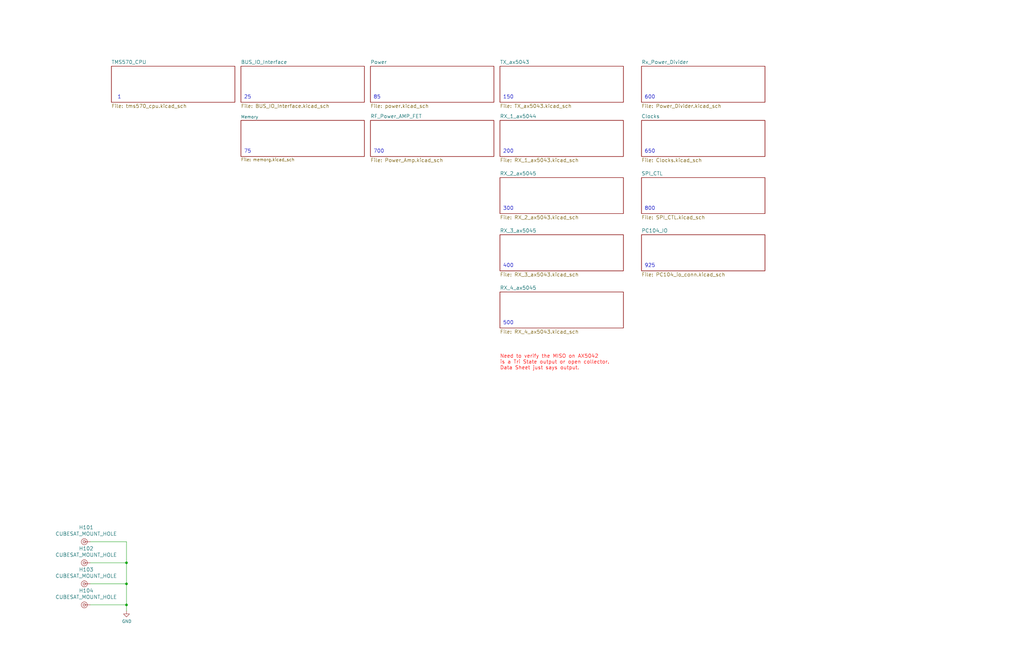
<source format=kicad_sch>
(kicad_sch (version 20230121) (generator eeschema)
  (paper "USLedger")
  (title_block (title "Radiation Tolerant Internal Housekeeping Unit (IHU)") (date "2022-12-27") (rev "1.2") (company "AMSAT-NA") (comment 1 "N5BRG"))
  (lib_symbols
    (symbol "PACSAT_DEV_misc:CUBESAT_MOUNT_HOLE_1" (pin_numbers hide) (pin_names (offset 0) hide)
      (property "Reference" "H104" (at 0.7874 6.0198 0))
      (property "Value" "CUBESAT_MOUNT_HOLE" (at 0.7874 3.3274 0))
      (symbol "CUBESAT_MOUNT_HOLE_1_0_1"
        (circle (center 0 0) (radius 0.5588))
        (circle (center 0 0) (radius 1.27))
      )
      (symbol "CUBESAT_MOUNT_HOLE_1_1_1"
        (pin passive line (at 2.54 0 180) (length 2.54) (name "1") (number "1"))
      )
    )
    (symbol "power:GND" (power) (pin_names (offset 0))
      (property "Value" "GND" (at 0 -3.81 0))
      (symbol "GND_0_1"
        (polyline (pts (xy 0 0) (xy 0 -1.27) (xy 1.27 -1.27) (xy 0 -2.54) (xy -1.27 -1.27) (xy 0 -1.27)))
      )
      (symbol "GND_1_1"
        (pin power_in line (at 0 0 270) (length 0) hide (name "GND") (number "1"))
      )
    )
  )
  (junction (at 53.34 246.38))
  (junction (at 53.34 255.27))
  (junction (at 53.34 237.49))
  (wire (pts (xy 38.1 246.38) (xy 53.34 246.38)))
  (wire (pts (xy 38.1 255.27) (xy 53.34 255.27)))
  (wire (pts (xy 53.34 246.38) (xy 53.34 255.27)))
  (wire (pts (xy 53.34 255.27) (xy 53.34 257.81)))
  (wire (pts (xy 53.34 228.6) (xy 53.34 237.49)))
  (wire (pts (xy 38.1 237.49) (xy 53.34 237.49)))
  (wire (pts (xy 38.1 228.6) (xy 53.34 228.6)))
  (wire (pts (xy 53.34 237.49) (xy 53.34 246.38)))
  (text "600" (at 271.78 41.91 0) (effects (font (size 1.524 1.524)) (justify left bottom)))
  (text "200" (at 212.09 64.77 0) (effects (font (size 1.524 1.524)) (justify left bottom)))
  (text "400" (at 212.09 113.03 0) (effects (font (size 1.524 1.524)) (justify left bottom)))
  (text "650" (at 271.78 64.77 0) (effects (font (size 1.524 1.524)) (justify left bottom)))
  (text "150" (at 212.09 41.91 0) (effects (font (size 1.524 1.524)) (justify left bottom)))
  (text "75" (at 102.87 64.77 0) (effects (font (size 1.524 1.524)) (justify left bottom)))
  (text "500" (at 212.09 137.16 0) (effects (font (size 1.524 1.524)) (justify left bottom)))
  (text "Need to verify the MISO on AX5042\nis a Tri State output or open collector.\nData Sheet just says output." (at 210.82 156.21 0) (effects (font (size 1.524 1.524)) (justify left bottom)))
  (text "800" (at 271.78 88.9 0) (effects (font (size 1.524 1.524)) (justify left bottom)))
  (text "300" (at 212.09 88.9 0) (effects (font (size 1.524 1.524)) (justify left bottom)))
  (text "700" (at 157.48 64.77 0) (effects (font (size 1.524 1.524)) (justify left bottom)))
  (text "1" (at 49.53 41.91 0) (effects (font (size 1.524 1.524)) (justify left bottom)))
  (text "25" (at 102.87 41.91 0) (effects (font (size 1.524 1.524)) (justify left bottom)))
  (text "925" (at 271.78 113.03 0) (effects (font (size 1.524 1.524)) (justify left bottom)))
  (text "85" (at 157.48 41.91 0) (effects (font (size 1.524 1.524)) (justify left bottom)))
  (symbol (lib_id "PACSAT_DEV_misc:CUBESAT_MOUNT_HOLE_1") (at 35.56 228.6 0) (unit 1)
    (property "Reference" "H101" (at 36.3474 222.5802 0) (effects (font (size 1.524 1.524))))
    (property "Value" "CUBESAT_MOUNT_HOLE" (at 36.3474 225.2726 0) (effects (font (size 1.524 1.524))))
    (property "Footprint" "PacSatDev_misc:CUBESAT_MOUNT_HOLE" (effects hide))
  )
  (symbol (lib_id "PACSAT_DEV_misc:CUBESAT_MOUNT_HOLE_1") (at 35.56 237.49 0) (unit 1)
    (property "Reference" "H102" (at 36.3474 231.4702 0) (effects (font (size 1.524 1.524))))
    (property "Value" "CUBESAT_MOUNT_HOLE" (at 36.3474 234.1626 0) (effects (font (size 1.524 1.524))))
    (property "Footprint" "PacSatDev_misc:CUBESAT_MOUNT_HOLE" (effects hide))
  )
  (symbol (lib_id "PACSAT_DEV_misc:CUBESAT_MOUNT_HOLE_1") (at 35.56 246.38 0) (unit 1)
    (property "Reference" "H103" (at 36.3474 240.3602 0) (effects (font (size 1.524 1.524))))
    (property "Value" "CUBESAT_MOUNT_HOLE" (at 36.3474 243.0526 0) (effects (font (size 1.524 1.524))))
    (property "Footprint" "PacSatDev_misc:CUBESAT_MOUNT_HOLE" (effects hide))
  )
  (symbol (lib_id "PACSAT_DEV_misc:CUBESAT_MOUNT_HOLE_1") (at 35.56 255.27 0) (unit 1)
    (property "Reference" "H104" (at 36.3474 249.2502 0) (effects (font (size 1.524 1.524))))
    (property "Value" "CUBESAT_MOUNT_HOLE" (at 36.3474 251.9426 0) (effects (font (size 1.524 1.524))))
    (property "Footprint" "PacSatDev_misc:CUBESAT_MOUNT_HOLE" (effects hide))
  )
  (symbol (lib_id "power:GND") (at 53.34 257.81 0) (unit 1)
    (property "Reference" "#PWR0101" (effects hide))
    (property "Value" "GND" (at 53.467 262.2042 0))
  )
  (sheet (at 210.82 27.94) (size 52.07 15.24)
    (property "Sheetname" "TX_ax5043" (at 210.82 27.1014 0) (effects (font (size 1.524 1.524)) (justify left bottom)))
    (property "Sheetfile" "TX_ax5043.kicad_sch" (at 210.82 43.8662 0) (effects (font (size 1.524 1.524)) (justify left top)))
  )
  (sheet (at 156.21 27.94) (size 52.07 15.24)
    (property "Sheetname" "Power" (at 156.21 27.1014 0) (effects (font (size 1.524 1.524)) (justify left bottom)))
    (property "Sheetfile" "power.kicad_sch" (at 156.21 43.8662 0) (effects (font (size 1.524 1.524)) (justify left top)))
  )
  (sheet (at 210.82 50.8) (size 52.07 15.24)
    (property "Sheetname" "RX_1_ax5044" (at 210.82 49.9614 0) (effects (font (size 1.524 1.524)) (justify left bottom)))
    (property "Sheetfile" "RX_1_ax5043.kicad_sch" (at 210.82 66.7262 0) (effects (font (size 1.524 1.524)) (justify left top)))
  )
  (sheet (at 270.51 99.06) (size 52.07 15.24)
    (property "Sheetname" "PC104_IO" (at 270.51 98.2214 0) (effects (font (size 1.524 1.524)) (justify left bottom)))
    (property "Sheetfile" "PC104_io_conn.kicad_sch" (at 270.51 114.9862 0) (effects (font (size 1.524 1.524)) (justify left top)))
  )
  (sheet (at 210.82 74.93) (size 52.07 15.24)
    (property "Sheetname" "RX_2_ax5045" (at 210.82 74.0914 0) (effects (font (size 1.524 1.524)) (justify left bottom)))
    (property "Sheetfile" "RX_2_ax5043.kicad_sch" (at 210.82 90.8562 0) (effects (font (size 1.524 1.524)) (justify left top)))
  )
  (sheet (at 101.6 50.8) (size 52.07 15.24) (stroke (width 0.1524))
    (property "Sheetname" "Memory" (at 101.6 50.0884 0) (effects (justify left bottom)))
    (property "Sheetfile" "memorg.kicad_sch" (at 101.6 66.6246 0) (effects (justify left top)))
  )
  (sheet (at 210.82 99.06) (size 52.07 15.24)
    (property "Sheetname" "RX_3_ax5045" (at 210.82 98.2214 0) (effects (font (size 1.524 1.524)) (justify left bottom)))
    (property "Sheetfile" "RX_3_ax5043.kicad_sch" (at 210.82 114.9862 0) (effects (font (size 1.524 1.524)) (justify left top)))
  )
  (sheet (at 270.51 27.94) (size 52.07 15.24)
    (property "Sheetname" "Rx_Power_Divider" (at 270.51 27.1014 0) (effects (font (size 1.524 1.524)) (justify left bottom)))
    (property "Sheetfile" "Power_Divider.kicad_sch" (at 270.51 43.8662 0) (effects (font (size 1.524 1.524)) (justify left top)))
  )
  (sheet (at 270.51 50.8) (size 52.07 15.24)
    (property "Sheetname" "Clocks" (at 270.51 49.9614 0) (effects (font (size 1.524 1.524)) (justify left bottom)))
    (property "Sheetfile" "Clocks.kicad_sch" (at 270.51 66.7262 0) (effects (font (size 1.524 1.524)) (justify left top)))
  )
  (sheet (at 46.99 27.94) (size 52.07 15.24)
    (property "Sheetname" "TMS570_CPU" (at 46.99 27.1014 0) (effects (font (size 1.524 1.524)) (justify left bottom)))
    (property "Sheetfile" "tms570_cpu.kicad_sch" (at 46.99 43.8662 0) (effects (font (size 1.524 1.524)) (justify left top)))
  )
  (sheet (at 101.6 27.94) (size 52.07 15.24)
    (property "Sheetname" "BUS_IO_Interface" (at 101.6 27.1014 0) (effects (font (size 1.524 1.524)) (justify left bottom)))
    (property "Sheetfile" "BUS_IO_Interface.kicad_sch" (at 101.6 43.8662 0) (effects (font (size 1.524 1.524)) (justify left top)))
  )
  (sheet (at 156.21 50.8) (size 52.07 15.24)
    (property "Sheetname" "RF_Power_AMP_FET" (at 156.21 49.9614 0) (effects (font (size 1.524 1.524)) (justify left bottom)))
    (property "Sheetfile" "Power_Amp.kicad_sch" (at 156.21 66.7262 0) (effects (font (size 1.524 1.524)) (justify left top)))
  )
  (sheet (at 270.51 74.93) (size 52.07 15.24)
    (property "Sheetname" "SPI_CTL" (at 270.51 74.0914 0) (effects (font (size 1.524 1.524)) (justify left bottom)))
    (property "Sheetfile" "SPI_CTL.kicad_sch" (at 270.51 90.8562 0) (effects (font (size 1.524 1.524)) (justify left top)))
  )
  (sheet (at 210.82 123.19) (size 52.07 15.24)
    (property "Sheetname" "RX_4_ax5045" (at 210.82 122.3514 0) (effects (font (size 1.524 1.524)) (justify left bottom)))
    (property "Sheetfile" "RX_4_ax5043.kicad_sch" (at 210.82 139.1162 0) (effects (font (size 1.524 1.524)) (justify left top)))
  )
)
</source>
